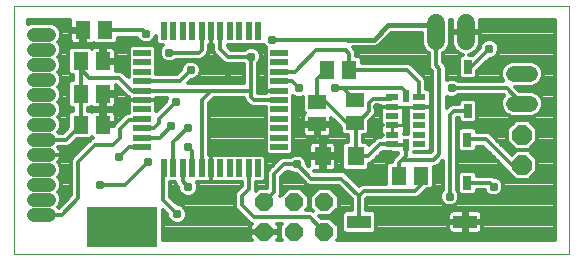
<source format=gtl>
G75*
%MOIN*%
%OFA0B0*%
%FSLAX25Y25*%
%IPPOS*%
%LPD*%
%AMOC8*
5,1,8,0,0,1.08239X$1,22.5*
%
%ADD10C,0.00000*%
%ADD11R,0.23622X0.13780*%
%ADD12R,0.05118X0.05906*%
%ADD13R,0.05906X0.05118*%
%ADD14R,0.05512X0.06299*%
%ADD15R,0.01969X0.05906*%
%ADD16R,0.05906X0.01969*%
%ADD17OC8,0.06000*%
%ADD18R,0.04424X0.01969*%
%ADD19R,0.01969X0.04424*%
%ADD20C,0.04756*%
%ADD21C,0.06000*%
%ADD22R,0.07900X0.04300*%
%ADD23R,0.02756X0.04724*%
%ADD24OC8,0.06600*%
%ADD25C,0.05200*%
%ADD26C,0.01400*%
%ADD27C,0.02800*%
%ADD28C,0.02900*%
%ADD29C,0.01000*%
%ADD30C,0.03100*%
%ADD31C,0.01200*%
%ADD32C,0.01600*%
%ADD33C,0.03050*%
D10*
X0016880Y0007953D02*
X0016880Y0090630D01*
X0201919Y0090630D01*
X0201919Y0007953D01*
X0016880Y0007953D01*
D11*
X0053012Y0016800D03*
D12*
X0046602Y0050968D03*
X0039122Y0050968D03*
X0039114Y0061187D03*
X0046594Y0061187D03*
X0046594Y0072111D03*
X0039114Y0072111D03*
X0039915Y0082430D03*
X0047396Y0082430D03*
X0121104Y0069306D03*
X0128585Y0069306D03*
X0145261Y0034040D03*
X0152741Y0034040D03*
D13*
X0130649Y0051715D03*
X0118039Y0051052D03*
X0118039Y0058533D03*
X0130649Y0059196D03*
D14*
X0130793Y0040399D03*
X0119770Y0040399D03*
D15*
X0098330Y0036393D03*
X0095180Y0036393D03*
X0092031Y0036393D03*
X0088881Y0036393D03*
X0085732Y0036393D03*
X0082582Y0036393D03*
X0079432Y0036393D03*
X0076283Y0036393D03*
X0073133Y0036393D03*
X0069984Y0036393D03*
X0066834Y0036393D03*
X0066834Y0082062D03*
X0069984Y0082062D03*
X0073133Y0082062D03*
X0076283Y0082062D03*
X0079432Y0082062D03*
X0082582Y0082062D03*
X0085732Y0082062D03*
X0088881Y0082062D03*
X0092031Y0082062D03*
X0095180Y0082062D03*
X0098330Y0082062D03*
D16*
X0105417Y0074976D03*
X0105417Y0071826D03*
X0105417Y0068677D03*
X0105417Y0065527D03*
X0105417Y0062377D03*
X0105417Y0059228D03*
X0105417Y0056078D03*
X0105417Y0052929D03*
X0105417Y0049779D03*
X0105417Y0046629D03*
X0105417Y0043480D03*
X0059747Y0043480D03*
X0059747Y0046629D03*
X0059747Y0049779D03*
X0059747Y0052929D03*
X0059747Y0056078D03*
X0059747Y0059228D03*
X0059747Y0062377D03*
X0059747Y0065527D03*
X0059747Y0068677D03*
X0059747Y0071826D03*
X0059747Y0074976D03*
D17*
X0100406Y0025167D03*
X0110406Y0025167D03*
X0120406Y0025167D03*
X0120406Y0015167D03*
X0110406Y0015167D03*
X0100406Y0015167D03*
D18*
X0143060Y0044447D03*
X0143060Y0047596D03*
X0143060Y0050746D03*
X0143060Y0053895D03*
X0143060Y0057045D03*
X0143060Y0060195D03*
X0152021Y0060195D03*
X0152021Y0057045D03*
X0152021Y0053895D03*
X0152021Y0050746D03*
X0152021Y0047596D03*
X0151991Y0044447D03*
D19*
X0147540Y0044053D03*
X0147540Y0060588D03*
D20*
X0028471Y0060957D02*
X0023715Y0060957D01*
X0023715Y0055957D02*
X0028471Y0055957D01*
X0028471Y0050957D02*
X0023715Y0050957D01*
X0023715Y0045957D02*
X0028471Y0045957D01*
X0028471Y0040957D02*
X0023715Y0040957D01*
X0023715Y0035957D02*
X0028471Y0035957D01*
X0028471Y0030957D02*
X0023715Y0030957D01*
X0023715Y0025957D02*
X0028471Y0025957D01*
X0028471Y0020957D02*
X0023715Y0020957D01*
X0023715Y0065957D02*
X0028471Y0065957D01*
X0028471Y0070957D02*
X0023715Y0070957D01*
X0023715Y0075957D02*
X0028471Y0075957D01*
X0028471Y0080957D02*
X0023715Y0080957D01*
D21*
X0157579Y0078877D02*
X0157579Y0084877D01*
X0167579Y0084877D02*
X0167579Y0078877D01*
D22*
X0167388Y0018551D03*
X0131988Y0018551D03*
D23*
X0168080Y0031470D03*
X0168080Y0046037D03*
X0168289Y0055627D03*
X0168289Y0070193D03*
D24*
X0186400Y0047486D03*
X0186400Y0037486D03*
D25*
X0188881Y0057971D02*
X0183681Y0057971D01*
X0183681Y0067971D02*
X0188881Y0067971D01*
D26*
X0193181Y0068089D02*
X0197219Y0068089D01*
X0197219Y0069488D02*
X0192907Y0069488D01*
X0193181Y0068827D02*
X0192526Y0070407D01*
X0191317Y0071617D01*
X0189736Y0072271D01*
X0182825Y0072271D01*
X0181245Y0071617D01*
X0180035Y0070407D01*
X0179381Y0068827D01*
X0179381Y0067116D01*
X0180028Y0065553D01*
X0164941Y0065553D01*
X0164607Y0065887D01*
X0163422Y0066378D01*
X0162139Y0066378D01*
X0161091Y0065944D01*
X0161091Y0070188D01*
X0160726Y0071070D01*
X0160051Y0071745D01*
X0160050Y0071745D01*
X0159979Y0071817D01*
X0159979Y0074784D01*
X0160242Y0074892D01*
X0161564Y0076215D01*
X0162279Y0077942D01*
X0162279Y0085812D01*
X0162230Y0085930D01*
X0162988Y0085930D01*
X0162879Y0085247D01*
X0162879Y0082177D01*
X0167279Y0082177D01*
X0167279Y0081577D01*
X0162879Y0081577D01*
X0162879Y0078507D01*
X0162995Y0077776D01*
X0163224Y0077073D01*
X0163559Y0076414D01*
X0163994Y0075815D01*
X0164517Y0075292D01*
X0165116Y0074857D01*
X0165775Y0074521D01*
X0166479Y0074293D01*
X0166712Y0074256D01*
X0166207Y0074256D01*
X0165212Y0073260D01*
X0165212Y0067127D01*
X0166207Y0066131D01*
X0170372Y0066131D01*
X0171367Y0067127D01*
X0171367Y0068847D01*
X0175549Y0073028D01*
X0176022Y0073028D01*
X0177207Y0073519D01*
X0178114Y0074426D01*
X0178605Y0075612D01*
X0178605Y0076895D01*
X0178114Y0078080D01*
X0177207Y0078987D01*
X0176022Y0079478D01*
X0174739Y0079478D01*
X0173553Y0078987D01*
X0172646Y0078080D01*
X0172155Y0076895D01*
X0172155Y0076422D01*
X0169988Y0074256D01*
X0168446Y0074256D01*
X0168680Y0074293D01*
X0169383Y0074521D01*
X0170043Y0074857D01*
X0170641Y0075292D01*
X0171164Y0075815D01*
X0171599Y0076414D01*
X0171935Y0077073D01*
X0172163Y0077776D01*
X0172279Y0078507D01*
X0172279Y0081577D01*
X0167879Y0081577D01*
X0167879Y0082177D01*
X0172279Y0082177D01*
X0172279Y0085247D01*
X0172171Y0085930D01*
X0197219Y0085930D01*
X0197219Y0012653D01*
X0124539Y0012653D01*
X0125106Y0013220D01*
X0125106Y0017113D01*
X0122353Y0019867D01*
X0119100Y0019867D01*
X0118500Y0020467D01*
X0122353Y0020467D01*
X0125106Y0023220D01*
X0125106Y0027113D01*
X0122353Y0029867D01*
X0118459Y0029867D01*
X0115706Y0027113D01*
X0115706Y0023220D01*
X0116741Y0022185D01*
X0115928Y0022522D01*
X0114408Y0022522D01*
X0115106Y0023220D01*
X0115106Y0027113D01*
X0112353Y0029867D01*
X0108459Y0029867D01*
X0105744Y0027151D01*
X0106080Y0027963D01*
X0106080Y0033459D01*
X0107974Y0035353D01*
X0109052Y0035353D01*
X0109439Y0034967D01*
X0110634Y0034472D01*
X0111136Y0034472D01*
X0114621Y0030987D01*
X0115503Y0030622D01*
X0125086Y0030622D01*
X0129588Y0026120D01*
X0129588Y0022401D01*
X0127334Y0022401D01*
X0126338Y0021405D01*
X0126338Y0015697D01*
X0127334Y0014701D01*
X0136642Y0014701D01*
X0137638Y0015697D01*
X0137638Y0021405D01*
X0136642Y0022401D01*
X0134388Y0022401D01*
X0134388Y0026120D01*
X0134690Y0026422D01*
X0151057Y0026422D01*
X0151940Y0026787D01*
X0152615Y0027462D01*
X0152615Y0027462D01*
X0154540Y0029388D01*
X0156004Y0029388D01*
X0157000Y0030384D01*
X0157000Y0036922D01*
X0157357Y0036922D01*
X0158240Y0037287D01*
X0159780Y0038828D01*
X0159780Y0029114D01*
X0159446Y0028780D01*
X0158955Y0027595D01*
X0158955Y0026312D01*
X0159446Y0025126D01*
X0160353Y0024219D01*
X0161539Y0023728D01*
X0162822Y0023728D01*
X0164007Y0024219D01*
X0164914Y0025126D01*
X0165405Y0026312D01*
X0165405Y0027595D01*
X0165118Y0028287D01*
X0165998Y0027408D01*
X0170162Y0027408D01*
X0171158Y0028403D01*
X0171158Y0029070D01*
X0173821Y0029070D01*
X0174046Y0028526D01*
X0174953Y0027619D01*
X0176139Y0027128D01*
X0177422Y0027128D01*
X0178607Y0027619D01*
X0179514Y0028526D01*
X0180005Y0029712D01*
X0180005Y0030995D01*
X0179514Y0032180D01*
X0178607Y0033087D01*
X0177422Y0033578D01*
X0176845Y0033578D01*
X0176141Y0033870D01*
X0171158Y0033870D01*
X0171158Y0034536D01*
X0170162Y0035532D01*
X0165998Y0035532D01*
X0165002Y0034536D01*
X0165002Y0028568D01*
X0164914Y0028780D01*
X0164580Y0029114D01*
X0164580Y0053153D01*
X0165212Y0053153D01*
X0165212Y0052560D01*
X0166207Y0051564D01*
X0170372Y0051564D01*
X0171367Y0052560D01*
X0171367Y0058693D01*
X0170372Y0059689D01*
X0166207Y0059689D01*
X0165212Y0058693D01*
X0165212Y0057953D01*
X0163103Y0057953D01*
X0162221Y0057588D01*
X0161545Y0056913D01*
X0161091Y0056458D01*
X0161091Y0060362D01*
X0162139Y0059928D01*
X0163422Y0059928D01*
X0164607Y0060419D01*
X0164941Y0060753D01*
X0180105Y0060753D01*
X0180243Y0060615D01*
X0180035Y0060407D01*
X0179381Y0058827D01*
X0179381Y0057116D01*
X0180035Y0055536D01*
X0181245Y0054326D01*
X0182825Y0053671D01*
X0189736Y0053671D01*
X0191317Y0054326D01*
X0192526Y0055536D01*
X0193181Y0057116D01*
X0193181Y0058827D01*
X0192526Y0060407D01*
X0191317Y0061617D01*
X0189736Y0062271D01*
X0185375Y0062271D01*
X0183975Y0063671D01*
X0189736Y0063671D01*
X0191317Y0064326D01*
X0192526Y0065536D01*
X0193181Y0067116D01*
X0193181Y0068827D01*
X0193005Y0066691D02*
X0197219Y0066691D01*
X0197219Y0065292D02*
X0192283Y0065292D01*
X0190273Y0063894D02*
X0197219Y0063894D01*
X0197219Y0062495D02*
X0185151Y0062495D01*
X0181099Y0063153D02*
X0186281Y0057971D01*
X0190781Y0054104D02*
X0197219Y0054104D01*
X0197219Y0052706D02*
X0171367Y0052706D01*
X0171367Y0054104D02*
X0181781Y0054104D01*
X0180068Y0055503D02*
X0171367Y0055503D01*
X0171367Y0056901D02*
X0179470Y0056901D01*
X0179381Y0058300D02*
X0171367Y0058300D01*
X0168289Y0055627D02*
X0168216Y0055553D01*
X0163580Y0055553D01*
X0162180Y0054153D01*
X0162180Y0026953D01*
X0159029Y0026134D02*
X0134402Y0026134D01*
X0134388Y0024735D02*
X0159837Y0024735D01*
X0162394Y0022061D02*
X0162078Y0021745D01*
X0161854Y0021357D01*
X0161738Y0020925D01*
X0161738Y0018926D01*
X0167013Y0018926D01*
X0167013Y0022401D01*
X0163214Y0022401D01*
X0162782Y0022285D01*
X0162394Y0022061D01*
X0162271Y0021938D02*
X0137105Y0021938D01*
X0134388Y0023337D02*
X0197219Y0023337D01*
X0197219Y0024735D02*
X0164523Y0024735D01*
X0165331Y0026134D02*
X0197219Y0026134D01*
X0197219Y0027532D02*
X0178397Y0027532D01*
X0179682Y0028931D02*
X0197219Y0028931D01*
X0197219Y0030329D02*
X0180005Y0030329D01*
X0179701Y0031728D02*
X0197219Y0031728D01*
X0197219Y0033126D02*
X0189111Y0033126D01*
X0188471Y0032486D02*
X0191400Y0035415D01*
X0191400Y0039557D01*
X0188471Y0042486D01*
X0184329Y0042486D01*
X0182785Y0040943D01*
X0176315Y0047413D01*
X0175640Y0048088D01*
X0174757Y0048453D01*
X0171158Y0048453D01*
X0171158Y0049103D01*
X0170162Y0050099D01*
X0165998Y0050099D01*
X0165002Y0049103D01*
X0165002Y0042970D01*
X0165998Y0041975D01*
X0170162Y0041975D01*
X0171158Y0042970D01*
X0171158Y0043653D01*
X0173286Y0043653D01*
X0181400Y0035539D01*
X0181400Y0035415D01*
X0184329Y0032486D01*
X0188471Y0032486D01*
X0190509Y0034525D02*
X0197219Y0034525D01*
X0197219Y0035923D02*
X0191400Y0035923D01*
X0191400Y0037322D02*
X0197219Y0037322D01*
X0197219Y0038721D02*
X0191400Y0038721D01*
X0190838Y0040119D02*
X0197219Y0040119D01*
X0197219Y0041518D02*
X0189440Y0041518D01*
X0188471Y0042486D02*
X0191400Y0045415D01*
X0191400Y0049557D01*
X0188471Y0052486D01*
X0184329Y0052486D01*
X0181400Y0049557D01*
X0181400Y0045415D01*
X0184329Y0042486D01*
X0188471Y0042486D01*
X0188900Y0042916D02*
X0197219Y0042916D01*
X0197219Y0044315D02*
X0190299Y0044315D01*
X0191400Y0045713D02*
X0197219Y0045713D01*
X0197219Y0047112D02*
X0191400Y0047112D01*
X0191400Y0048510D02*
X0197219Y0048510D01*
X0197219Y0049909D02*
X0191048Y0049909D01*
X0189650Y0051307D02*
X0197219Y0051307D01*
X0197219Y0055503D02*
X0192493Y0055503D01*
X0193092Y0056901D02*
X0197219Y0056901D01*
X0197219Y0058300D02*
X0193181Y0058300D01*
X0192820Y0059698D02*
X0197219Y0059698D01*
X0197219Y0061097D02*
X0191837Y0061097D01*
X0181099Y0063153D02*
X0162780Y0063153D01*
X0161091Y0059698D02*
X0179742Y0059698D01*
X0179557Y0066691D02*
X0170931Y0066691D01*
X0171367Y0068089D02*
X0179381Y0068089D01*
X0179655Y0069488D02*
X0172009Y0069488D01*
X0173407Y0070886D02*
X0180515Y0070886D01*
X0177371Y0073683D02*
X0197219Y0073683D01*
X0197219Y0072285D02*
X0174806Y0072285D01*
X0175380Y0076253D02*
X0169320Y0070193D01*
X0168289Y0070193D01*
X0165212Y0070886D02*
X0160802Y0070886D01*
X0161091Y0069488D02*
X0165212Y0069488D01*
X0165212Y0068089D02*
X0161091Y0068089D01*
X0161091Y0066691D02*
X0165648Y0066691D01*
X0158691Y0069711D02*
X0157579Y0070823D01*
X0157579Y0081877D01*
X0155326Y0084130D01*
X0152879Y0081553D02*
X0152879Y0077942D01*
X0153595Y0076215D01*
X0154917Y0074892D01*
X0155179Y0074784D01*
X0155179Y0070345D01*
X0155545Y0069463D01*
X0156291Y0068717D01*
X0156291Y0042127D01*
X0155886Y0041722D01*
X0150225Y0041722D01*
X0150225Y0041762D01*
X0154908Y0041762D01*
X0155903Y0042758D01*
X0155903Y0045878D01*
X0155933Y0045908D01*
X0155933Y0055584D01*
X0155880Y0055637D01*
X0155933Y0055837D01*
X0155933Y0057045D01*
X0152021Y0057045D01*
X0155933Y0057045D01*
X0155933Y0058253D01*
X0155880Y0058453D01*
X0155933Y0058506D01*
X0155933Y0061883D01*
X0154938Y0062879D01*
X0154380Y0062879D01*
X0154380Y0065699D01*
X0154015Y0066581D01*
X0153340Y0067256D01*
X0153339Y0067256D01*
X0149255Y0071341D01*
X0148373Y0071706D01*
X0132844Y0071706D01*
X0132844Y0072963D01*
X0131848Y0073959D01*
X0130985Y0073959D01*
X0130985Y0075094D01*
X0130619Y0075977D01*
X0129874Y0076722D01*
X0136351Y0076722D01*
X0137346Y0076722D01*
X0138265Y0077102D01*
X0142716Y0081553D01*
X0152879Y0081553D01*
X0152879Y0080676D02*
X0141838Y0080676D01*
X0140440Y0079277D02*
X0152879Y0079277D01*
X0152905Y0077879D02*
X0139041Y0077879D01*
X0132123Y0073683D02*
X0155179Y0073683D01*
X0155179Y0072285D02*
X0132844Y0072285D01*
X0130985Y0075082D02*
X0154727Y0075082D01*
X0153485Y0076480D02*
X0130116Y0076480D01*
X0128585Y0074617D02*
X0127480Y0075722D01*
X0117680Y0075722D01*
X0110635Y0068677D01*
X0105417Y0068677D01*
X0105417Y0065527D02*
X0109675Y0065527D01*
X0112080Y0063122D01*
X0110069Y0060536D02*
X0110239Y0060367D01*
X0111434Y0059872D01*
X0112726Y0059872D01*
X0113386Y0060145D01*
X0113386Y0055270D01*
X0113863Y0054793D01*
X0113726Y0054655D01*
X0113502Y0054268D01*
X0113386Y0053835D01*
X0113386Y0051632D01*
X0117459Y0051632D01*
X0117459Y0050473D01*
X0113386Y0050473D01*
X0113386Y0048270D01*
X0113502Y0047837D01*
X0113726Y0047450D01*
X0114042Y0047133D01*
X0114430Y0046909D01*
X0114862Y0046793D01*
X0117460Y0046793D01*
X0117460Y0050473D01*
X0118619Y0050473D01*
X0118619Y0051632D01*
X0122692Y0051632D01*
X0122692Y0053316D01*
X0125445Y0050562D01*
X0125997Y0050011D01*
X0125997Y0048452D01*
X0126992Y0047456D01*
X0128393Y0047456D01*
X0128393Y0045249D01*
X0127333Y0045249D01*
X0126337Y0044253D01*
X0126337Y0036545D01*
X0127333Y0035549D01*
X0134253Y0035549D01*
X0135249Y0036545D01*
X0135249Y0037999D01*
X0135335Y0037999D01*
X0136217Y0038364D01*
X0136892Y0039039D01*
X0139879Y0042027D01*
X0140143Y0041762D01*
X0142712Y0041762D01*
X0142976Y0041653D01*
X0144856Y0041653D01*
X0144856Y0041192D01*
X0144345Y0040681D01*
X0143226Y0039562D01*
X0142866Y0038693D01*
X0141998Y0038693D01*
X0141002Y0037697D01*
X0141002Y0031222D01*
X0133219Y0031222D01*
X0132336Y0030856D01*
X0131988Y0030508D01*
X0127440Y0035056D01*
X0126557Y0035422D01*
X0116974Y0035422D01*
X0116847Y0035549D01*
X0119092Y0035549D01*
X0119092Y0039721D01*
X0120448Y0039721D01*
X0120448Y0041077D01*
X0124226Y0041077D01*
X0124226Y0043772D01*
X0124110Y0044205D01*
X0123886Y0044592D01*
X0123570Y0044909D01*
X0123182Y0045133D01*
X0122749Y0045249D01*
X0120448Y0045249D01*
X0120448Y0041077D01*
X0119092Y0041077D01*
X0119092Y0045249D01*
X0116790Y0045249D01*
X0116358Y0045133D01*
X0115970Y0044909D01*
X0115654Y0044592D01*
X0115430Y0044205D01*
X0115314Y0043772D01*
X0115314Y0041077D01*
X0119092Y0041077D01*
X0119092Y0039721D01*
X0115314Y0039721D01*
X0115314Y0037082D01*
X0114530Y0037866D01*
X0114530Y0038368D01*
X0114035Y0039563D01*
X0113121Y0040477D01*
X0111926Y0040972D01*
X0110634Y0040972D01*
X0109439Y0040477D01*
X0109115Y0040153D01*
X0106503Y0040153D01*
X0105621Y0039788D01*
X0104945Y0039113D01*
X0101645Y0035813D01*
X0101280Y0034931D01*
X0101280Y0029867D01*
X0098459Y0029867D01*
X0097469Y0028877D01*
X0097580Y0029145D01*
X0097580Y0031740D01*
X0100018Y0031740D01*
X0101014Y0032736D01*
X0101014Y0040050D01*
X0100018Y0041046D01*
X0084043Y0041046D01*
X0083990Y0040992D01*
X0083790Y0041046D01*
X0082582Y0041046D01*
X0081832Y0041046D01*
X0081832Y0058136D01*
X0083674Y0059977D01*
X0093580Y0059977D01*
X0093580Y0059844D01*
X0093945Y0058962D01*
X0095039Y0057868D01*
X0095715Y0057193D01*
X0096597Y0056828D01*
X0100764Y0056828D01*
X0100764Y0041791D01*
X0101760Y0040795D01*
X0109074Y0040795D01*
X0110069Y0041791D01*
X0110069Y0060536D01*
X0110069Y0059698D02*
X0113386Y0059698D01*
X0113386Y0058300D02*
X0110069Y0058300D01*
X0110069Y0056901D02*
X0113386Y0056901D01*
X0113386Y0055503D02*
X0110069Y0055503D01*
X0110069Y0054104D02*
X0113458Y0054104D01*
X0113386Y0052706D02*
X0110069Y0052706D01*
X0110069Y0051307D02*
X0117459Y0051307D01*
X0118619Y0051307D02*
X0124701Y0051307D01*
X0125997Y0049909D02*
X0122692Y0049909D01*
X0122692Y0050473D02*
X0122692Y0048270D01*
X0122576Y0047837D01*
X0122352Y0047450D01*
X0122036Y0047133D01*
X0121648Y0046909D01*
X0121216Y0046793D01*
X0118619Y0046793D01*
X0118619Y0050473D01*
X0122692Y0050473D01*
X0122692Y0048510D02*
X0125997Y0048510D01*
X0128393Y0047112D02*
X0121998Y0047112D01*
X0118619Y0047112D02*
X0117460Y0047112D01*
X0117460Y0048510D02*
X0118619Y0048510D01*
X0118619Y0049909D02*
X0117460Y0049909D01*
X0113386Y0049909D02*
X0110069Y0049909D01*
X0110069Y0048510D02*
X0113386Y0048510D01*
X0114080Y0047112D02*
X0110069Y0047112D01*
X0110069Y0045713D02*
X0128393Y0045713D01*
X0126399Y0044315D02*
X0124046Y0044315D01*
X0124226Y0042916D02*
X0126337Y0042916D01*
X0126337Y0041518D02*
X0124226Y0041518D01*
X0124226Y0039721D02*
X0120448Y0039721D01*
X0120448Y0035549D01*
X0122749Y0035549D01*
X0123182Y0035665D01*
X0123570Y0035889D01*
X0123886Y0036206D01*
X0124110Y0036593D01*
X0124226Y0037026D01*
X0124226Y0039721D01*
X0124226Y0038721D02*
X0126337Y0038721D01*
X0126337Y0040119D02*
X0120448Y0040119D01*
X0119092Y0040119D02*
X0113479Y0040119D01*
X0114384Y0038721D02*
X0115314Y0038721D01*
X0115314Y0037322D02*
X0115074Y0037322D01*
X0111280Y0037722D02*
X0111249Y0037753D01*
X0106980Y0037753D01*
X0103680Y0034453D01*
X0103680Y0028441D01*
X0100406Y0025167D01*
X0105902Y0027532D02*
X0106125Y0027532D01*
X0106080Y0028931D02*
X0107524Y0028931D01*
X0106080Y0030329D02*
X0125378Y0030329D01*
X0126777Y0028931D02*
X0123288Y0028931D01*
X0124687Y0027532D02*
X0128175Y0027532D01*
X0131988Y0027114D02*
X0133696Y0028822D01*
X0150580Y0028822D01*
X0152741Y0030983D01*
X0152741Y0034040D01*
X0157000Y0034525D02*
X0159780Y0034525D01*
X0159780Y0035923D02*
X0157000Y0035923D01*
X0158274Y0037322D02*
X0159780Y0037322D01*
X0159780Y0038721D02*
X0159673Y0038721D01*
X0158691Y0041133D02*
X0156880Y0039322D01*
X0146380Y0039322D01*
X0147540Y0040482D01*
X0147540Y0044053D01*
X0143453Y0044053D01*
X0143060Y0044447D01*
X0138905Y0044447D01*
X0134857Y0040399D01*
X0130793Y0040399D01*
X0130793Y0051571D01*
X0130649Y0051715D01*
X0130443Y0051922D01*
X0127480Y0051922D01*
X0120869Y0058533D01*
X0118039Y0058533D01*
X0118039Y0066241D01*
X0121104Y0069306D01*
X0128585Y0069306D02*
X0128585Y0074617D01*
X0128180Y0079222D02*
X0102980Y0079222D01*
X0100853Y0076753D02*
X0100764Y0076664D01*
X0100764Y0063839D01*
X0100817Y0063785D01*
X0100764Y0063585D01*
X0100764Y0062377D01*
X0100764Y0061628D01*
X0098380Y0061628D01*
X0098380Y0071426D01*
X0098735Y0071781D01*
X0099230Y0072975D01*
X0099230Y0074268D01*
X0098735Y0075463D01*
X0097821Y0076377D01*
X0096626Y0076872D01*
X0095334Y0076872D01*
X0094139Y0076377D01*
X0093784Y0076022D01*
X0089274Y0076022D01*
X0088132Y0077164D01*
X0088132Y0077410D01*
X0100018Y0077410D01*
X0100156Y0077547D01*
X0100225Y0077381D01*
X0100853Y0076753D01*
X0100764Y0076480D02*
X0097571Y0076480D01*
X0098893Y0075082D02*
X0100764Y0075082D01*
X0100764Y0073683D02*
X0099230Y0073683D01*
X0098944Y0072285D02*
X0100764Y0072285D01*
X0100764Y0070886D02*
X0098380Y0070886D01*
X0098380Y0069488D02*
X0100764Y0069488D01*
X0100764Y0068089D02*
X0098380Y0068089D01*
X0098380Y0066691D02*
X0100764Y0066691D01*
X0100764Y0065292D02*
X0098380Y0065292D01*
X0098380Y0063894D02*
X0100764Y0063894D01*
X0100764Y0062495D02*
X0098380Y0062495D01*
X0100764Y0062377D02*
X0105417Y0062377D01*
X0100764Y0062377D01*
X0095980Y0062422D02*
X0095980Y0060322D01*
X0097074Y0059228D01*
X0105417Y0059228D01*
X0105417Y0062377D02*
X0105417Y0062377D01*
X0095980Y0062422D02*
X0095936Y0062377D01*
X0082680Y0062377D01*
X0079432Y0059130D01*
X0079432Y0036393D01*
X0076380Y0036490D02*
X0076283Y0036393D01*
X0076283Y0042219D01*
X0074980Y0043522D01*
X0069984Y0045225D02*
X0074780Y0050022D01*
X0069380Y0050553D02*
X0065456Y0046629D01*
X0059747Y0046629D01*
X0059747Y0043480D02*
X0055306Y0043480D01*
X0051980Y0040153D01*
X0049980Y0044153D02*
X0043980Y0044153D01*
X0038380Y0038553D01*
X0038380Y0026522D01*
X0032815Y0020957D01*
X0026093Y0020957D01*
X0031738Y0023457D02*
X0031829Y0023365D01*
X0035980Y0027516D01*
X0035980Y0039031D01*
X0036345Y0039913D01*
X0037021Y0040588D01*
X0042621Y0046188D01*
X0043312Y0046474D01*
X0042999Y0046655D01*
X0042862Y0046792D01*
X0042385Y0046315D01*
X0037863Y0046315D01*
X0035471Y0043923D01*
X0034588Y0043557D01*
X0031838Y0043557D01*
X0031713Y0043432D01*
X0031958Y0043095D01*
X0032250Y0042523D01*
X0032448Y0041912D01*
X0032549Y0041278D01*
X0032549Y0040957D01*
X0026093Y0040957D01*
X0026093Y0040957D01*
X0032549Y0040957D01*
X0032549Y0040636D01*
X0032448Y0040002D01*
X0032250Y0039392D01*
X0031958Y0038820D01*
X0031713Y0038482D01*
X0031928Y0038267D01*
X0032549Y0036768D01*
X0032549Y0035146D01*
X0031928Y0033647D01*
X0031738Y0033457D01*
X0031928Y0033267D01*
X0032549Y0031768D01*
X0032549Y0030146D01*
X0031928Y0028647D01*
X0031738Y0028457D01*
X0031928Y0028267D01*
X0032549Y0026768D01*
X0032549Y0025146D01*
X0031928Y0023647D01*
X0031738Y0023457D01*
X0032378Y0024735D02*
X0033200Y0024735D01*
X0032549Y0026134D02*
X0034598Y0026134D01*
X0035980Y0027532D02*
X0032232Y0027532D01*
X0032045Y0028931D02*
X0035980Y0028931D01*
X0035980Y0030329D02*
X0032549Y0030329D01*
X0032549Y0031728D02*
X0035980Y0031728D01*
X0035980Y0033126D02*
X0031986Y0033126D01*
X0032291Y0034525D02*
X0035980Y0034525D01*
X0035980Y0035923D02*
X0032549Y0035923D01*
X0032319Y0037322D02*
X0035980Y0037322D01*
X0035980Y0038721D02*
X0031886Y0038721D01*
X0032467Y0040119D02*
X0036552Y0040119D01*
X0037950Y0041518D02*
X0032511Y0041518D01*
X0032049Y0042916D02*
X0039349Y0042916D01*
X0040747Y0044315D02*
X0035863Y0044315D01*
X0037261Y0045713D02*
X0042146Y0045713D01*
X0039122Y0050968D02*
X0034111Y0045957D01*
X0026093Y0045957D01*
X0031738Y0048457D02*
X0031928Y0048647D01*
X0032549Y0050146D01*
X0032549Y0051768D01*
X0031928Y0053267D01*
X0031738Y0053457D01*
X0031928Y0053647D01*
X0032549Y0055146D01*
X0032549Y0056768D01*
X0031928Y0058267D01*
X0031738Y0058457D01*
X0031928Y0058647D01*
X0032549Y0060146D01*
X0032549Y0061768D01*
X0031928Y0063267D01*
X0031738Y0063457D01*
X0031928Y0063647D01*
X0032549Y0065146D01*
X0032549Y0066768D01*
X0031928Y0068267D01*
X0031738Y0068457D01*
X0031928Y0068647D01*
X0032549Y0070146D01*
X0032549Y0071768D01*
X0031928Y0073267D01*
X0031738Y0073457D01*
X0031928Y0073647D01*
X0032549Y0075146D01*
X0032549Y0076768D01*
X0031928Y0078267D01*
X0031738Y0078457D01*
X0031928Y0078647D01*
X0032549Y0080146D01*
X0032549Y0081768D01*
X0031928Y0083267D01*
X0030781Y0084414D01*
X0029282Y0085035D01*
X0022904Y0085035D01*
X0021580Y0084487D01*
X0021580Y0085930D01*
X0035743Y0085930D01*
X0035656Y0085607D01*
X0035656Y0083010D01*
X0039336Y0083010D01*
X0039336Y0081851D01*
X0035656Y0081851D01*
X0035656Y0079253D01*
X0035772Y0078821D01*
X0035996Y0078433D01*
X0036313Y0078117D01*
X0036700Y0077893D01*
X0037133Y0077777D01*
X0039336Y0077777D01*
X0039336Y0081850D01*
X0040495Y0081850D01*
X0040495Y0077777D01*
X0042698Y0077777D01*
X0043131Y0077893D01*
X0043518Y0078117D01*
X0043656Y0078254D01*
X0044133Y0077777D01*
X0050659Y0077777D01*
X0051655Y0078773D01*
X0051655Y0080030D01*
X0057997Y0080030D01*
X0058225Y0079481D01*
X0059139Y0078567D01*
X0060334Y0078072D01*
X0061626Y0078072D01*
X0062821Y0078567D01*
X0063735Y0079481D01*
X0064150Y0080482D01*
X0064150Y0078405D01*
X0065146Y0077410D01*
X0066472Y0077410D01*
X0065925Y0076863D01*
X0065430Y0075668D01*
X0065430Y0074375D01*
X0065925Y0073181D01*
X0066839Y0072267D01*
X0068034Y0071772D01*
X0069326Y0071772D01*
X0070521Y0072267D01*
X0070876Y0072622D01*
X0078957Y0072622D01*
X0079840Y0072987D01*
X0080792Y0073940D01*
X0081467Y0074615D01*
X0081832Y0075497D01*
X0081832Y0077410D01*
X0082582Y0077410D01*
X0083332Y0077410D01*
X0083332Y0075693D01*
X0083697Y0074811D01*
X0084372Y0074136D01*
X0086921Y0071587D01*
X0087803Y0071222D01*
X0093580Y0071222D01*
X0093580Y0064777D01*
X0074898Y0064777D01*
X0076049Y0065928D01*
X0076522Y0065928D01*
X0077707Y0066419D01*
X0078614Y0067326D01*
X0079105Y0068512D01*
X0079105Y0069795D01*
X0078614Y0070980D01*
X0077707Y0071887D01*
X0076522Y0072378D01*
X0075239Y0072378D01*
X0074053Y0071887D01*
X0073146Y0070980D01*
X0072655Y0069795D01*
X0072655Y0069322D01*
X0071260Y0067927D01*
X0064400Y0067927D01*
X0064400Y0076664D01*
X0063404Y0077660D01*
X0056090Y0077660D01*
X0055095Y0076664D01*
X0055095Y0066801D01*
X0053915Y0067981D01*
X0053240Y0068656D01*
X0052357Y0069022D01*
X0050853Y0069022D01*
X0050853Y0071532D01*
X0047174Y0071532D01*
X0047174Y0072691D01*
X0050853Y0072691D01*
X0050853Y0075288D01*
X0050737Y0075720D01*
X0050513Y0076108D01*
X0050197Y0076424D01*
X0049809Y0076648D01*
X0049377Y0076764D01*
X0047173Y0076764D01*
X0047173Y0072691D01*
X0046014Y0072691D01*
X0046014Y0076764D01*
X0043811Y0076764D01*
X0043379Y0076648D01*
X0042991Y0076424D01*
X0042854Y0076287D01*
X0042377Y0076764D01*
X0035850Y0076764D01*
X0034855Y0075768D01*
X0034855Y0068454D01*
X0035850Y0067459D01*
X0036714Y0067459D01*
X0036714Y0065840D01*
X0035850Y0065840D01*
X0034855Y0064844D01*
X0034855Y0057530D01*
X0035850Y0056534D01*
X0036722Y0056534D01*
X0036722Y0055621D01*
X0035859Y0055621D01*
X0034863Y0054625D01*
X0034863Y0050103D01*
X0033117Y0048357D01*
X0031838Y0048357D01*
X0031738Y0048457D01*
X0031791Y0048510D02*
X0033270Y0048510D01*
X0032450Y0049909D02*
X0034668Y0049909D01*
X0034863Y0051307D02*
X0032549Y0051307D01*
X0032160Y0052706D02*
X0034863Y0052706D01*
X0034863Y0054104D02*
X0032117Y0054104D01*
X0032549Y0055503D02*
X0035741Y0055503D01*
X0035484Y0056901D02*
X0032494Y0056901D01*
X0031895Y0058300D02*
X0034855Y0058300D01*
X0034855Y0059698D02*
X0032363Y0059698D01*
X0032549Y0061097D02*
X0034855Y0061097D01*
X0034855Y0062495D02*
X0032247Y0062495D01*
X0032030Y0063894D02*
X0034855Y0063894D01*
X0035303Y0065292D02*
X0032549Y0065292D01*
X0032549Y0066691D02*
X0036714Y0066691D01*
X0035220Y0068089D02*
X0032001Y0068089D01*
X0032276Y0069488D02*
X0034855Y0069488D01*
X0034855Y0070886D02*
X0032549Y0070886D01*
X0032335Y0072285D02*
X0034855Y0072285D01*
X0034855Y0073683D02*
X0031943Y0073683D01*
X0032522Y0075082D02*
X0034855Y0075082D01*
X0035567Y0076480D02*
X0032549Y0076480D01*
X0032089Y0077879D02*
X0036754Y0077879D01*
X0035656Y0079277D02*
X0032189Y0079277D01*
X0032549Y0080676D02*
X0035656Y0080676D01*
X0032422Y0082074D02*
X0039336Y0082074D01*
X0039336Y0080676D02*
X0040495Y0080676D01*
X0040495Y0079277D02*
X0039336Y0079277D01*
X0039336Y0077879D02*
X0040495Y0077879D01*
X0043077Y0077879D02*
X0044031Y0077879D01*
X0043088Y0076480D02*
X0042661Y0076480D01*
X0046014Y0076480D02*
X0047173Y0076480D01*
X0047173Y0075082D02*
X0046014Y0075082D01*
X0046014Y0073683D02*
X0047173Y0073683D01*
X0047174Y0072285D02*
X0055095Y0072285D01*
X0055095Y0073683D02*
X0050853Y0073683D01*
X0050853Y0075082D02*
X0055095Y0075082D01*
X0055095Y0076480D02*
X0050100Y0076480D01*
X0050761Y0077879D02*
X0064676Y0077879D01*
X0064150Y0079277D02*
X0063532Y0079277D01*
X0060980Y0081322D02*
X0059872Y0082430D01*
X0047396Y0082430D01*
X0051655Y0079277D02*
X0058428Y0079277D01*
X0064400Y0076480D02*
X0065766Y0076480D01*
X0065430Y0075082D02*
X0064400Y0075082D01*
X0064400Y0073683D02*
X0065717Y0073683D01*
X0066821Y0072285D02*
X0064400Y0072285D01*
X0064400Y0070886D02*
X0073107Y0070886D01*
X0072655Y0069488D02*
X0064400Y0069488D01*
X0064400Y0068089D02*
X0071422Y0068089D01*
X0072254Y0065527D02*
X0075880Y0069153D01*
X0078930Y0068089D02*
X0093580Y0068089D01*
X0093580Y0069488D02*
X0079105Y0069488D01*
X0078653Y0070886D02*
X0093580Y0070886D01*
X0095980Y0073622D02*
X0088280Y0073622D01*
X0085732Y0076170D01*
X0085732Y0082062D01*
X0082582Y0082062D02*
X0082582Y0077410D01*
X0082582Y0082062D01*
X0082582Y0082062D01*
X0082582Y0080676D02*
X0082582Y0080676D01*
X0082582Y0079277D02*
X0082582Y0079277D01*
X0082582Y0077879D02*
X0082582Y0077879D01*
X0081832Y0076480D02*
X0083332Y0076480D01*
X0083585Y0075082D02*
X0081661Y0075082D01*
X0080536Y0073683D02*
X0084824Y0073683D01*
X0086223Y0072285D02*
X0076747Y0072285D01*
X0075013Y0072285D02*
X0070539Y0072285D01*
X0068680Y0075022D02*
X0078480Y0075022D01*
X0079432Y0075974D01*
X0079432Y0082062D01*
X0088816Y0076480D02*
X0094389Y0076480D01*
X0095980Y0073622D02*
X0095980Y0062422D01*
X0093641Y0059698D02*
X0083395Y0059698D01*
X0081996Y0058300D02*
X0094608Y0058300D01*
X0096419Y0056901D02*
X0081832Y0056901D01*
X0081832Y0055503D02*
X0100764Y0055503D01*
X0100764Y0054104D02*
X0081832Y0054104D01*
X0081832Y0052706D02*
X0100764Y0052706D01*
X0100764Y0051307D02*
X0081832Y0051307D01*
X0081832Y0049909D02*
X0100764Y0049909D01*
X0100764Y0048510D02*
X0081832Y0048510D01*
X0081832Y0047112D02*
X0100764Y0047112D01*
X0100764Y0045713D02*
X0081832Y0045713D01*
X0081832Y0044315D02*
X0100764Y0044315D01*
X0100764Y0042916D02*
X0081832Y0042916D01*
X0081832Y0041518D02*
X0101038Y0041518D01*
X0100945Y0040119D02*
X0106420Y0040119D01*
X0104553Y0038721D02*
X0101014Y0038721D01*
X0101014Y0037322D02*
X0103155Y0037322D01*
X0101756Y0035923D02*
X0101014Y0035923D01*
X0101014Y0034525D02*
X0101280Y0034525D01*
X0101280Y0033126D02*
X0101014Y0033126D01*
X0101280Y0031728D02*
X0097580Y0031728D01*
X0097580Y0030329D02*
X0101280Y0030329D01*
X0097524Y0028931D02*
X0097492Y0028931D01*
X0095180Y0029622D02*
X0095180Y0036393D01*
X0092780Y0031740D02*
X0092780Y0030616D01*
X0090845Y0028681D01*
X0090480Y0027799D01*
X0090480Y0026844D01*
X0090480Y0023644D01*
X0090845Y0022762D01*
X0091521Y0022087D01*
X0095521Y0018087D01*
X0096340Y0017748D01*
X0095706Y0017113D01*
X0095706Y0015467D01*
X0100106Y0015467D01*
X0100106Y0014867D01*
X0095706Y0014867D01*
X0095706Y0013220D01*
X0096273Y0012653D01*
X0066523Y0012653D01*
X0066523Y0022597D01*
X0068054Y0021065D01*
X0068054Y0020563D01*
X0068549Y0019368D01*
X0069463Y0018454D01*
X0070658Y0017959D01*
X0071951Y0017959D01*
X0073145Y0018454D01*
X0074060Y0019368D01*
X0074554Y0020563D01*
X0074554Y0021856D01*
X0074060Y0023050D01*
X0073145Y0023964D01*
X0071951Y0024459D01*
X0071449Y0024459D01*
X0068980Y0026928D01*
X0068980Y0031740D01*
X0070733Y0031740D01*
X0070733Y0031591D01*
X0071099Y0030709D01*
X0071730Y0030078D01*
X0071730Y0029575D01*
X0072225Y0028381D01*
X0073139Y0027467D01*
X0074334Y0026972D01*
X0075626Y0026972D01*
X0076821Y0027467D01*
X0077735Y0028381D01*
X0078230Y0029575D01*
X0078230Y0030868D01*
X0077869Y0031740D01*
X0081121Y0031740D01*
X0081174Y0031794D01*
X0081374Y0031740D01*
X0082582Y0031740D01*
X0083790Y0031740D01*
X0083990Y0031794D01*
X0084043Y0031740D01*
X0092780Y0031740D01*
X0092780Y0031728D02*
X0077874Y0031728D01*
X0078230Y0030329D02*
X0092494Y0030329D01*
X0091095Y0028931D02*
X0077963Y0028931D01*
X0076887Y0027532D02*
X0090480Y0027532D01*
X0090480Y0026134D02*
X0069774Y0026134D01*
X0071172Y0024735D02*
X0090480Y0024735D01*
X0090607Y0023337D02*
X0073773Y0023337D01*
X0074520Y0021938D02*
X0091669Y0021938D01*
X0093068Y0020540D02*
X0074545Y0020540D01*
X0073833Y0019141D02*
X0094466Y0019141D01*
X0096335Y0017743D02*
X0066523Y0017743D01*
X0066523Y0019141D02*
X0068776Y0019141D01*
X0068064Y0020540D02*
X0066523Y0020540D01*
X0066523Y0021938D02*
X0067181Y0021938D01*
X0066580Y0025934D02*
X0071304Y0021209D01*
X0066580Y0025934D02*
X0066580Y0036139D01*
X0066834Y0036393D01*
X0069984Y0036393D02*
X0069984Y0045225D01*
X0065380Y0051553D02*
X0063649Y0049822D01*
X0059790Y0049822D01*
X0059747Y0049779D01*
X0059441Y0052622D02*
X0055380Y0052622D01*
X0052380Y0049622D01*
X0052380Y0046553D01*
X0049980Y0044153D01*
X0061680Y0038622D02*
X0053980Y0030922D01*
X0045580Y0030922D01*
X0068980Y0030329D02*
X0071478Y0030329D01*
X0071997Y0028931D02*
X0068980Y0028931D01*
X0068980Y0027532D02*
X0073073Y0027532D01*
X0074980Y0030222D02*
X0073133Y0032069D01*
X0073133Y0036393D01*
X0070733Y0031728D02*
X0068980Y0031728D01*
X0082582Y0031740D02*
X0082582Y0036393D01*
X0082582Y0031740D01*
X0082582Y0033126D02*
X0082582Y0033126D01*
X0082582Y0034525D02*
X0082582Y0034525D01*
X0082582Y0035923D02*
X0082582Y0035923D01*
X0082582Y0036393D02*
X0082582Y0036393D01*
X0082582Y0041046D01*
X0082582Y0036393D01*
X0082582Y0036393D01*
X0082582Y0037322D02*
X0082582Y0037322D01*
X0082582Y0038721D02*
X0082582Y0038721D01*
X0082582Y0040119D02*
X0082582Y0040119D01*
X0095180Y0029622D02*
X0092880Y0027322D01*
X0092880Y0024122D01*
X0096880Y0020122D01*
X0115451Y0020122D01*
X0120406Y0015167D01*
X0125106Y0014946D02*
X0127089Y0014946D01*
X0126338Y0016344D02*
X0125106Y0016344D01*
X0124477Y0017743D02*
X0126338Y0017743D01*
X0126338Y0019141D02*
X0123078Y0019141D01*
X0122426Y0020540D02*
X0126338Y0020540D01*
X0126871Y0021938D02*
X0123825Y0021938D01*
X0125106Y0023337D02*
X0129588Y0023337D01*
X0129588Y0024735D02*
X0125106Y0024735D01*
X0125106Y0026134D02*
X0129574Y0026134D01*
X0131988Y0027114D02*
X0126080Y0033022D01*
X0115980Y0033022D01*
X0111280Y0037722D01*
X0110505Y0034525D02*
X0107146Y0034525D01*
X0106080Y0033126D02*
X0112481Y0033126D01*
X0113880Y0031728D02*
X0106080Y0031728D01*
X0113288Y0028931D02*
X0117523Y0028931D01*
X0116125Y0027532D02*
X0114687Y0027532D01*
X0115106Y0026134D02*
X0115706Y0026134D01*
X0115706Y0024735D02*
X0115106Y0024735D01*
X0115106Y0023337D02*
X0115706Y0023337D01*
X0106314Y0017722D02*
X0105706Y0017113D01*
X0105706Y0013220D01*
X0106273Y0012653D01*
X0104539Y0012653D01*
X0105106Y0013220D01*
X0105106Y0014867D01*
X0100706Y0014867D01*
X0100706Y0015467D01*
X0105106Y0015467D01*
X0105106Y0017113D01*
X0104498Y0017722D01*
X0106314Y0017722D01*
X0105706Y0016344D02*
X0105106Y0016344D01*
X0105706Y0014946D02*
X0100706Y0014946D01*
X0100106Y0014946D02*
X0066523Y0014946D01*
X0066523Y0016344D02*
X0095706Y0016344D01*
X0095706Y0013547D02*
X0066523Y0013547D01*
X0105106Y0013547D02*
X0105706Y0013547D01*
X0125106Y0013547D02*
X0197219Y0013547D01*
X0197219Y0014946D02*
X0172218Y0014946D01*
X0172382Y0015041D02*
X0172698Y0015357D01*
X0172922Y0015745D01*
X0173038Y0016177D01*
X0173038Y0018176D01*
X0167763Y0018176D01*
X0167763Y0018926D01*
X0167013Y0018926D01*
X0167013Y0018176D01*
X0161738Y0018176D01*
X0161738Y0016177D01*
X0161854Y0015745D01*
X0162078Y0015357D01*
X0162394Y0015041D01*
X0162782Y0014817D01*
X0163214Y0014701D01*
X0167013Y0014701D01*
X0167013Y0018176D01*
X0167763Y0018176D01*
X0167763Y0014701D01*
X0171562Y0014701D01*
X0171994Y0014817D01*
X0172382Y0015041D01*
X0173038Y0016344D02*
X0197219Y0016344D01*
X0197219Y0017743D02*
X0173038Y0017743D01*
X0173038Y0018926D02*
X0173038Y0020925D01*
X0172922Y0021357D01*
X0172698Y0021745D01*
X0172382Y0022061D01*
X0171994Y0022285D01*
X0171562Y0022401D01*
X0167763Y0022401D01*
X0167763Y0018926D01*
X0173038Y0018926D01*
X0173038Y0019141D02*
X0197219Y0019141D01*
X0197219Y0020540D02*
X0173038Y0020540D01*
X0172505Y0021938D02*
X0197219Y0021938D01*
X0183689Y0033126D02*
X0178512Y0033126D01*
X0176780Y0030353D02*
X0175663Y0031470D01*
X0168080Y0031470D01*
X0165002Y0031728D02*
X0164580Y0031728D01*
X0164580Y0030329D02*
X0165002Y0030329D01*
X0165002Y0028931D02*
X0164763Y0028931D01*
X0165405Y0027532D02*
X0165873Y0027532D01*
X0170287Y0027532D02*
X0175163Y0027532D01*
X0173878Y0028931D02*
X0171158Y0028931D01*
X0165002Y0033126D02*
X0164580Y0033126D01*
X0164580Y0034525D02*
X0165002Y0034525D01*
X0164580Y0035923D02*
X0181016Y0035923D01*
X0182290Y0034525D02*
X0171158Y0034525D01*
X0164580Y0037322D02*
X0179617Y0037322D01*
X0178219Y0038721D02*
X0164580Y0038721D01*
X0164580Y0040119D02*
X0176820Y0040119D01*
X0175422Y0041518D02*
X0164580Y0041518D01*
X0164580Y0042916D02*
X0165056Y0042916D01*
X0165002Y0044315D02*
X0164580Y0044315D01*
X0164580Y0045713D02*
X0165002Y0045713D01*
X0165002Y0047112D02*
X0164580Y0047112D01*
X0164580Y0048510D02*
X0165002Y0048510D01*
X0164580Y0049909D02*
X0165808Y0049909D01*
X0164580Y0051307D02*
X0183149Y0051307D01*
X0181751Y0049909D02*
X0170352Y0049909D01*
X0171158Y0048510D02*
X0181400Y0048510D01*
X0181400Y0047112D02*
X0176616Y0047112D01*
X0174280Y0046053D02*
X0168097Y0046053D01*
X0168080Y0046037D01*
X0171104Y0042916D02*
X0174023Y0042916D01*
X0178014Y0045713D02*
X0181400Y0045713D01*
X0182500Y0044315D02*
X0179413Y0044315D01*
X0180811Y0042916D02*
X0183899Y0042916D01*
X0183360Y0041518D02*
X0182210Y0041518D01*
X0182847Y0037486D02*
X0174280Y0046053D01*
X0165212Y0052706D02*
X0164580Y0052706D01*
X0161534Y0056901D02*
X0161091Y0056901D01*
X0161091Y0058300D02*
X0165212Y0058300D01*
X0156291Y0058300D02*
X0155921Y0058300D01*
X0155933Y0059698D02*
X0156291Y0059698D01*
X0156291Y0061097D02*
X0155933Y0061097D01*
X0156291Y0062495D02*
X0155321Y0062495D01*
X0154380Y0063894D02*
X0156291Y0063894D01*
X0156291Y0065292D02*
X0154380Y0065292D01*
X0153905Y0066691D02*
X0156291Y0066691D01*
X0156291Y0068089D02*
X0152507Y0068089D01*
X0151108Y0069488D02*
X0155534Y0069488D01*
X0155179Y0070886D02*
X0149710Y0070886D01*
X0147896Y0069306D02*
X0151980Y0065222D01*
X0151980Y0060236D01*
X0152021Y0060195D01*
X0152021Y0057045D02*
X0152021Y0057045D01*
X0155933Y0056901D02*
X0156291Y0056901D01*
X0156291Y0055503D02*
X0155933Y0055503D01*
X0155933Y0054104D02*
X0156291Y0054104D01*
X0156291Y0052706D02*
X0155933Y0052706D01*
X0155933Y0051307D02*
X0156291Y0051307D01*
X0156291Y0049909D02*
X0155933Y0049909D01*
X0155933Y0048510D02*
X0156291Y0048510D01*
X0156291Y0047112D02*
X0155933Y0047112D01*
X0155903Y0045713D02*
X0156291Y0045713D01*
X0156291Y0044315D02*
X0155903Y0044315D01*
X0155903Y0042916D02*
X0156291Y0042916D01*
X0158691Y0041133D02*
X0158691Y0069711D01*
X0159979Y0072285D02*
X0165212Y0072285D01*
X0165635Y0073683D02*
X0159979Y0073683D01*
X0160431Y0075082D02*
X0164807Y0075082D01*
X0163525Y0076480D02*
X0161674Y0076480D01*
X0162253Y0077879D02*
X0162979Y0077879D01*
X0162879Y0079277D02*
X0162279Y0079277D01*
X0162279Y0080676D02*
X0162879Y0080676D01*
X0162279Y0082074D02*
X0167279Y0082074D01*
X0167879Y0082074D02*
X0197219Y0082074D01*
X0197219Y0080676D02*
X0172279Y0080676D01*
X0172279Y0079277D02*
X0174253Y0079277D01*
X0172563Y0077879D02*
X0172180Y0077879D01*
X0172155Y0076480D02*
X0171633Y0076480D01*
X0170814Y0075082D02*
X0170352Y0075082D01*
X0176507Y0079277D02*
X0197219Y0079277D01*
X0197219Y0077879D02*
X0178197Y0077879D01*
X0178605Y0076480D02*
X0197219Y0076480D01*
X0197219Y0075082D02*
X0178385Y0075082D01*
X0192047Y0070886D02*
X0197219Y0070886D01*
X0197219Y0083473D02*
X0172279Y0083473D01*
X0172279Y0084871D02*
X0197219Y0084871D01*
X0162879Y0084871D02*
X0162279Y0084871D01*
X0162279Y0083473D02*
X0162879Y0083473D01*
X0147896Y0069306D02*
X0128585Y0069306D01*
X0126723Y0063122D02*
X0123980Y0063122D01*
X0126723Y0063122D02*
X0146380Y0063122D01*
X0147540Y0061961D01*
X0147540Y0060588D01*
X0143060Y0060195D02*
X0142487Y0059622D01*
X0139380Y0059622D01*
X0138661Y0057322D02*
X0137533Y0057322D01*
X0137480Y0057269D01*
X0137480Y0054469D01*
X0136133Y0053122D01*
X0135302Y0052291D01*
X0135302Y0048452D01*
X0134306Y0047456D01*
X0133193Y0047456D01*
X0133193Y0045249D01*
X0134253Y0045249D01*
X0135249Y0044253D01*
X0135249Y0044185D01*
X0137545Y0046481D01*
X0138427Y0046847D01*
X0139148Y0046847D01*
X0139148Y0047596D01*
X0139961Y0047596D01*
X0139961Y0047596D01*
X0139148Y0047596D01*
X0139148Y0048804D01*
X0139240Y0049151D01*
X0139240Y0049191D01*
X0139148Y0049538D01*
X0139148Y0050746D01*
X0139962Y0050746D01*
X0139961Y0050746D01*
X0139148Y0050746D01*
X0139148Y0051954D01*
X0139201Y0052154D01*
X0139148Y0052207D01*
X0139148Y0055584D01*
X0139201Y0055637D01*
X0139148Y0055837D01*
X0139148Y0057045D01*
X0143060Y0057045D01*
X0143060Y0057045D01*
X0139148Y0057045D01*
X0139148Y0057222D01*
X0138903Y0057222D01*
X0138661Y0057322D01*
X0139148Y0056901D02*
X0137480Y0056901D01*
X0137480Y0055503D02*
X0139148Y0055503D01*
X0139148Y0054104D02*
X0137115Y0054104D01*
X0135717Y0052706D02*
X0139148Y0052706D01*
X0139148Y0051307D02*
X0135302Y0051307D01*
X0135302Y0049909D02*
X0139148Y0049909D01*
X0139148Y0048510D02*
X0135302Y0048510D01*
X0133193Y0047112D02*
X0139148Y0047112D01*
X0136777Y0045713D02*
X0133193Y0045713D01*
X0135187Y0044315D02*
X0135379Y0044315D01*
X0139370Y0041518D02*
X0144856Y0041518D01*
X0143783Y0040119D02*
X0137971Y0040119D01*
X0136573Y0038721D02*
X0142878Y0038721D01*
X0141002Y0037322D02*
X0135249Y0037322D01*
X0134628Y0035923D02*
X0141002Y0035923D01*
X0141002Y0034525D02*
X0127971Y0034525D01*
X0126959Y0035923D02*
X0123604Y0035923D01*
X0120448Y0035923D02*
X0119092Y0035923D01*
X0119092Y0037322D02*
X0120448Y0037322D01*
X0120448Y0038721D02*
X0119092Y0038721D01*
X0119092Y0041518D02*
X0120448Y0041518D01*
X0120448Y0042916D02*
X0119092Y0042916D01*
X0119092Y0044315D02*
X0120448Y0044315D01*
X0115493Y0044315D02*
X0110069Y0044315D01*
X0110069Y0042916D02*
X0115314Y0042916D01*
X0115314Y0041518D02*
X0109796Y0041518D01*
X0124226Y0037322D02*
X0126337Y0037322D01*
X0129369Y0033126D02*
X0141002Y0033126D01*
X0141002Y0031728D02*
X0130768Y0031728D01*
X0131988Y0027114D02*
X0131988Y0018551D01*
X0137638Y0019141D02*
X0161738Y0019141D01*
X0161738Y0017743D02*
X0137638Y0017743D01*
X0137638Y0016344D02*
X0161738Y0016344D01*
X0162558Y0014946D02*
X0136887Y0014946D01*
X0137638Y0020540D02*
X0161738Y0020540D01*
X0167013Y0020540D02*
X0167763Y0020540D01*
X0167763Y0019141D02*
X0167013Y0019141D01*
X0167013Y0017743D02*
X0167763Y0017743D01*
X0167763Y0016344D02*
X0167013Y0016344D01*
X0167013Y0014946D02*
X0167763Y0014946D01*
X0167763Y0021938D02*
X0167013Y0021938D01*
X0158955Y0027532D02*
X0152685Y0027532D01*
X0154083Y0028931D02*
X0159597Y0028931D01*
X0159780Y0030329D02*
X0156946Y0030329D01*
X0157000Y0031728D02*
X0159780Y0031728D01*
X0159780Y0033126D02*
X0157000Y0033126D01*
X0145261Y0034040D02*
X0145261Y0038203D01*
X0146380Y0039322D01*
X0146989Y0047965D02*
X0147340Y0048316D01*
X0147340Y0050025D01*
X0146972Y0050393D01*
X0146972Y0050746D01*
X0146972Y0051954D01*
X0146918Y0052154D01*
X0146972Y0052207D01*
X0146972Y0055584D01*
X0146918Y0055637D01*
X0146972Y0055837D01*
X0146972Y0056676D01*
X0148109Y0056676D01*
X0148109Y0055837D01*
X0148162Y0055637D01*
X0148109Y0055584D01*
X0148109Y0047965D01*
X0146989Y0047965D01*
X0147340Y0048510D02*
X0148109Y0048510D01*
X0148109Y0049909D02*
X0147340Y0049909D01*
X0146972Y0050746D02*
X0146620Y0050746D01*
X0146619Y0050746D01*
X0146972Y0050746D01*
X0146972Y0051307D02*
X0148109Y0051307D01*
X0148109Y0052706D02*
X0146972Y0052706D01*
X0146972Y0054104D02*
X0148109Y0054104D01*
X0148109Y0055503D02*
X0146972Y0055503D01*
X0130649Y0059196D02*
X0126723Y0063122D01*
X0123302Y0052706D02*
X0122692Y0052706D01*
X0093580Y0065292D02*
X0075413Y0065292D01*
X0077978Y0066691D02*
X0093580Y0066691D01*
X0082680Y0062377D02*
X0059747Y0062377D01*
X0056124Y0062377D01*
X0051880Y0066622D01*
X0042080Y0066622D01*
X0039114Y0069588D01*
X0039114Y0072111D01*
X0039114Y0061187D01*
X0039122Y0061179D01*
X0039122Y0050968D01*
X0041522Y0055621D02*
X0041522Y0056534D01*
X0042377Y0056534D01*
X0042854Y0057011D01*
X0042991Y0056874D01*
X0043379Y0056650D01*
X0043811Y0056534D01*
X0046014Y0056534D01*
X0046014Y0060608D01*
X0047173Y0060608D01*
X0047173Y0056534D01*
X0049377Y0056534D01*
X0049809Y0056650D01*
X0050197Y0056874D01*
X0050513Y0057191D01*
X0050737Y0057578D01*
X0050853Y0058011D01*
X0050853Y0060608D01*
X0047174Y0060608D01*
X0047174Y0061767D01*
X0050853Y0061767D01*
X0050853Y0064222D01*
X0050886Y0064222D01*
X0054765Y0060343D01*
X0055095Y0060206D01*
X0055095Y0059228D01*
X0059747Y0059228D01*
X0059747Y0059228D01*
X0055095Y0059228D01*
X0055095Y0058020D01*
X0055148Y0057820D01*
X0055095Y0057767D01*
X0055095Y0055022D01*
X0054903Y0055022D01*
X0054021Y0054656D01*
X0051021Y0051656D01*
X0050345Y0050981D01*
X0050100Y0050389D01*
X0047182Y0050389D01*
X0047182Y0051548D01*
X0046023Y0051548D01*
X0046023Y0055621D01*
X0043819Y0055621D01*
X0043387Y0055505D01*
X0042999Y0055281D01*
X0042862Y0055144D01*
X0042385Y0055621D01*
X0041522Y0055621D01*
X0042503Y0055503D02*
X0043383Y0055503D01*
X0042964Y0056901D02*
X0042744Y0056901D01*
X0046014Y0056901D02*
X0047173Y0056901D01*
X0047182Y0055621D02*
X0047182Y0051548D01*
X0050861Y0051548D01*
X0050861Y0054145D01*
X0050745Y0054577D01*
X0050522Y0054965D01*
X0050205Y0055281D01*
X0049817Y0055505D01*
X0049385Y0055621D01*
X0047182Y0055621D01*
X0047182Y0055503D02*
X0046023Y0055503D01*
X0046023Y0054104D02*
X0047182Y0054104D01*
X0047182Y0052706D02*
X0046023Y0052706D01*
X0047182Y0051307D02*
X0050671Y0051307D01*
X0050861Y0052706D02*
X0052070Y0052706D01*
X0050861Y0054104D02*
X0053468Y0054104D01*
X0055095Y0055503D02*
X0049821Y0055503D01*
X0050224Y0056901D02*
X0055095Y0056901D01*
X0055095Y0058300D02*
X0050853Y0058300D01*
X0050853Y0059698D02*
X0055095Y0059698D01*
X0054011Y0061097D02*
X0047174Y0061097D01*
X0047173Y0059698D02*
X0046014Y0059698D01*
X0046014Y0058300D02*
X0047173Y0058300D01*
X0050853Y0062495D02*
X0052612Y0062495D01*
X0051214Y0063894D02*
X0050853Y0063894D01*
X0053807Y0068089D02*
X0055095Y0068089D01*
X0055095Y0069488D02*
X0050853Y0069488D01*
X0050853Y0070886D02*
X0055095Y0070886D01*
X0059747Y0065527D02*
X0072254Y0065527D01*
X0067907Y0059977D02*
X0064400Y0059977D01*
X0064400Y0059228D01*
X0059747Y0059228D01*
X0059747Y0059228D01*
X0064400Y0059228D01*
X0064400Y0058020D01*
X0064347Y0057820D01*
X0064400Y0057767D01*
X0064400Y0055436D01*
X0067530Y0058566D01*
X0067530Y0059068D01*
X0067907Y0059977D01*
X0067791Y0059698D02*
X0064400Y0059698D01*
X0064400Y0058300D02*
X0067264Y0058300D01*
X0065865Y0056901D02*
X0064400Y0056901D01*
X0064400Y0055503D02*
X0064467Y0055503D01*
X0065380Y0053022D02*
X0070780Y0058422D01*
X0065380Y0053022D02*
X0065380Y0051553D01*
X0059747Y0052929D02*
X0059441Y0052622D01*
X0035656Y0083473D02*
X0031722Y0083473D01*
X0029677Y0084871D02*
X0035656Y0084871D01*
X0022508Y0084871D02*
X0021580Y0084871D01*
X0182847Y0037486D02*
X0186400Y0037486D01*
D27*
X0136580Y0047722D03*
X0137980Y0056822D03*
X0111380Y0054322D03*
X0099480Y0065922D03*
X0088280Y0066622D03*
X0033680Y0072222D03*
X0144280Y0072222D03*
X0145680Y0078522D03*
D28*
X0052880Y0070853D03*
X0052780Y0056453D03*
D29*
X0143060Y0057045D02*
X0147380Y0057045D01*
X0147480Y0056945D01*
X0147480Y0051253D01*
X0146973Y0050746D01*
X0143060Y0050746D01*
X0143060Y0047596D01*
X0147380Y0057045D02*
X0152021Y0057045D01*
D30*
X0123980Y0063122D03*
X0112080Y0063122D03*
X0095980Y0073622D03*
X0102980Y0079222D03*
X0068680Y0075022D03*
X0060980Y0081322D03*
X0070780Y0058422D03*
X0074780Y0050022D03*
X0074980Y0043522D03*
X0061680Y0038622D03*
X0045580Y0030922D03*
X0071304Y0021209D03*
X0074980Y0030222D03*
X0111280Y0037722D03*
D31*
X0130649Y0051715D02*
X0131474Y0051715D01*
X0135180Y0055422D01*
X0135180Y0058222D01*
X0136580Y0059622D01*
X0139380Y0059622D01*
D32*
X0136849Y0079222D02*
X0128180Y0079222D01*
X0136849Y0079222D02*
X0141680Y0084053D01*
X0155250Y0084053D01*
X0155326Y0084130D01*
D33*
X0175380Y0076253D03*
X0162780Y0063153D03*
X0176780Y0030353D03*
X0162180Y0026953D03*
X0075880Y0069153D03*
X0069380Y0050553D03*
X0051980Y0040153D03*
M02*

</source>
